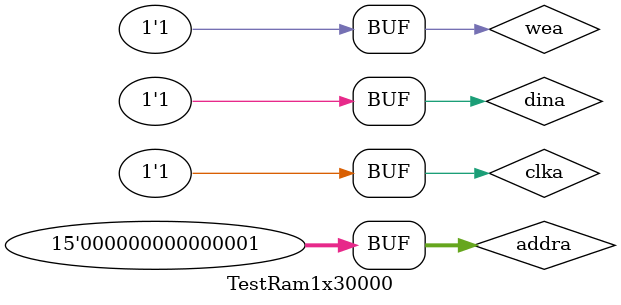
<source format=v>
`timescale 1ns / 1ps


module TestRam1x30000;

	// Inputs
	reg clka;
	reg [0:0] wea;
	reg [14:0] addra;
	reg [0:0] dina;

	// Outputs
	wire [0:0] douta;

	// Instantiate the Unit Under Test (UUT)
	ram1x30000 uut (
		.clka(clka), 
		.wea(wea), 
		.addra(addra), 
		.dina(dina), 
		.douta(douta)
	);

	initial begin
	wea=0;
	dina=1;
	addra=0;
	#40;
	wea=1;
	addra=1;
	#10;
	addra=0;
	#10;
	addra=1;
	end
	
	always begin 
	clka=0;#5;
	clka=1;#5;
	end
      
endmodule


</source>
